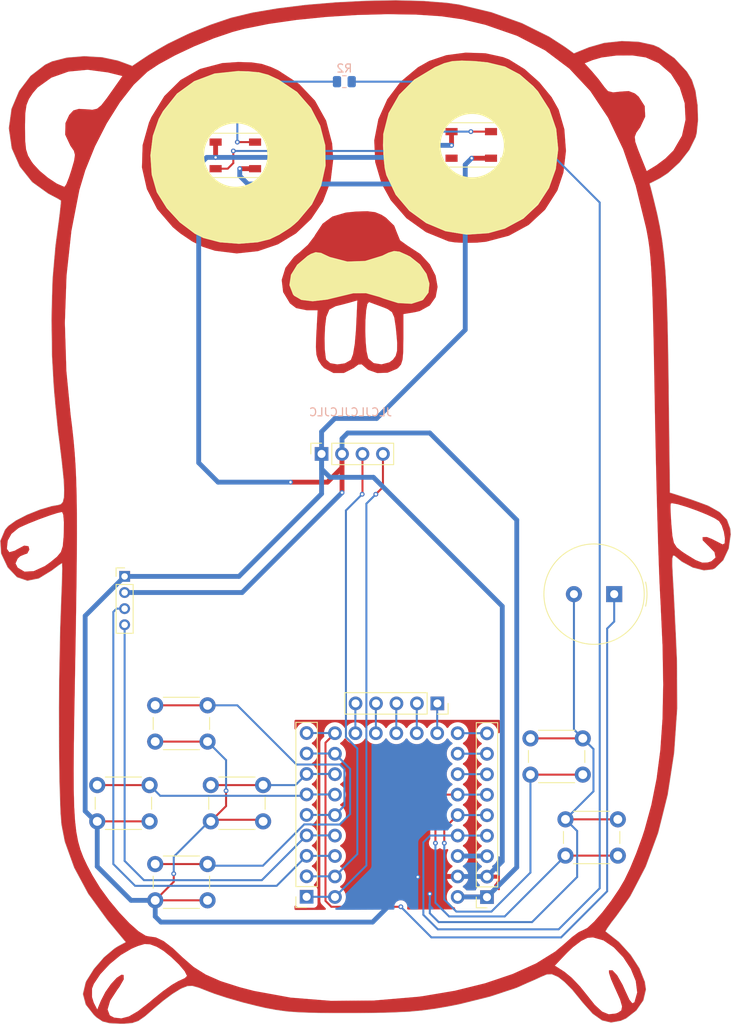
<source format=kicad_pcb>
(kicad_pcb (version 20240108) (generator "pcbnew") (generator_version "8.0")
  (layers (0 "F.Cu" signal) (31 "B.Cu" signal) (34 "B.Paste" user) (35 "F.Paste" user) (36 "B.SilkS" user "B.Silkscreen") (37 "F.SilkS" user "F.Silkscreen") (38 "B.Mask" user) (39 "F.Mask" user) (44 "Edge.Cuts" user))
  (net 0 "")
  (net 1 "/GP27")
  (net 2 "/GP7")
  (net 3 "Net-(J2-Pin_3)")
  (net 4 "GND")
  (net 5 "VCC")
  (net 6 "/SDA")
  (net 7 "/SDA1")
  (net 8 "/GP28")
  (net 9 "Net-(J2-Pin_1)")
  (net 10 "/SCL")
  (net 11 "Net-(J2-Pin_2)")
  (net 12 "Net-(J2-Pin_5)")
  (net 13 "/GP5")
  (net 14 "/GP29")
  (net 15 "/GP15")
  (net 16 "/GP26")
  (net 17 "/GP14")
  (net 18 "/3v3")
  (net 19 "/SCL1")
  (net 20 "Net-(J2-Pin_4)")
  (net 21 "/GP8")
  (net 22 "/GP4")
  (net 23 "/GP6")
  (net 24 "Net-(D1-DIN)")
  (net 25 "Net-(D1-DOUT)")
  (footprint "LED_SMD:LED_WS2812B_PLCC4_5.0x5.0mm_P3.2mm" (layer "F.Cu") (at 128.25 62.55)
    (property "Reference" "D2" (hide yes))
    (property "Value" "WS2812B")
  )
  (footprint "Button_Switch_THT:SW_PUSH_6mm_H4.3mm" (layer "F.Cu") (at 135.6 136.2)
    (property "Reference" "SW5" (hide yes))
    (property "Value" "SW_Push")
  )
  (footprint "Connector_PinSocket_2.54mm:PinSocket_1x09_P2.54mm_Vertical" (layer "F.Cu") (at 130.2 155.9 180)
    (property "Reference" "J3" (hide yes))
    (property "Value" "Conn_01x09_Pin")
  )
  (footprint "Connector_PinSocket_2.54mm:PinSocket_1x09_P2.54mm_Vertical" (layer "F.Cu") (at 107.8 155.86 180)
    (property "Reference" "J4" (hide yes))
    (property "Value" "Conn_01x09_Pin")
  )
  (footprint "Connector_PinSocket_2.54mm:PinSocket_1x04_P2.54mm_Vertical" (layer "F.Cu") (at 109.66 100.9 90)
    (property "Reference" "Brd1" (hide yes))
    (property "Value" "SSD1306")
  )
  (footprint "Button_Switch_THT:SW_PUSH_6mm_H4.3mm" (layer "F.Cu") (at 89 132.1)
    (property "Reference" "SW1" (hide yes))
    (property "Value" "SW_Push")
  )
  (footprint "Button_Switch_THT:SW_PUSH_6mm_H4.3mm" (layer "F.Cu") (at 139.95 146.25)
    (property "Reference" "SW6" (hide yes))
    (property "Value" "SW_Push")
  )
  (footprint "Connector_PinHeader_2.00mm:PinHeader_1x04_P2.00mm_Vertical" (layer "F.Cu") (at 85.2 116.1)
    (property "Reference" "J1" (hide yes))
    (property "Value" "Conn_01x04_Pin")
  )
  (footprint "rp2040-zero:my-rp2040-zero" (layer "F.Cu") (at 118.94 145.72 180)
    (property "Reference" "U1" (hide yes))
    (property "Value" "~" (hide yes))
  )
  (footprint "Connector_PinSocket_2.54mm:PinSocket_1x05_P2.54mm_Vertical" (layer "F.Cu") (at 124.04 131.86 -90)
    (property "Reference" "J2" (hide yes))
    (property "Value" "Conn_01x05_Pin")
  )
  (footprint "Button_Switch_THT:SW_PUSH_6mm_H4.3mm" (layer "F.Cu") (at 95.9 142)
    (property "Reference" "SW3" (hide yes))
    (property "Value" "SW_Push")
  )
  (footprint "Button_Switch_THT:SW_PUSH_6mm_H4.3mm" (layer "F.Cu") (at 89 151.8)
    (property "Reference" "SW4" (hide yes))
    (property "Value" "SW_Push")
  )
  (footprint "Buzzer_Beeper:Buzzer_TDK_PS1240P02BT_D12.2mm_H6.5mm" (layer "F.Cu") (at 146 118.3 180)
    (property "Reference" "LS1" (hide yes))
    (property "Value" "Speaker")
  )
  (footprint "gopher:gopher2" (layer "F.Cu") (at 115.1 108.1)
    (property "Reference" "G***" (hide yes))
    (property "Value" "LOGO" (hide yes))
    (fp_line (start -45.35 3.59) (end -44.76 2.2) (stroke (width 0.05)) (layer "Edge.Cuts"))
    (fp_line (start -45.25 5.16) (end -45.35 3.59) (stroke (width 0.05)) (layer "Edge.Cuts"))
    (fp_line (start -44.76 2.2) (end -44.36 1.73) (stroke (width 0.05)) (layer "Edge.Cuts"))
    (fp_line (start -44.43 6.89) (end -45.25 5.16) (stroke (width 0.05)) (layer "Edge.Cuts"))
    (fp_line (start -44.36 1.73) (end -43.41 1.05) (stroke (width 0.05)) (layer "Edge.Cuts"))
    (fp_line (start -44.29 -47.63) (end -43.96 -50.04) (stroke (width 0.05)) (layer "Edge.Cuts"))
    (fp_line (start -43.96 -50.04) (end -43.01 -52.27) (stroke (width 0.05)) (layer "Edge.Cuts"))
    (fp_line (start -43.93 -45.12) (end -44.29 -47.63) (stroke (width 0.05)) (layer "Edge.Cuts"))
    (fp_line (start -43.41 1.05) (end -42.02 0.33) (stroke (width 0.05)) (layer "Edge.Cuts"))
    (fp_line (start -43.28 8.11) (end -44.43 6.89) (stroke (width 0.05)) (layer "Edge.Cuts"))
    (fp_line (start -43.01 -52.27) (end -41.59 -54.13) (stroke (width 0.05)) (layer "Edge.Cuts"))
    (fp_line (start -42.93 -42.86) (end -43.93 -45.12) (stroke (width 0.05)) (layer "Edge.Cuts"))
    (fp_line (start -42.02 0.33) (end -40.41 -0.31) (stroke (width 0.05)) (layer "Edge.Cuts"))
    (fp_line (start -41.97 8.55) (end -43.28 8.11) (stroke (width 0.05)) (layer "Edge.Cuts"))
    (fp_line (start -41.59 -54.13) (end -39.78 -55.52) (stroke (width 0.05)) (layer "Edge.Cuts"))
    (fp_line (start -41.39 -40.93) (end -42.93 -42.86) (stroke (width 0.05)) (layer "Edge.Cuts"))
    (fp_line (start -40.54 8.26) (end -41.97 8.55) (stroke (width 0.05)) (layer "Edge.Cuts"))
    (fp_line (start -40.41 -0.31) (end -38.94 -0.74) (stroke (width 0.05)) (layer "Edge.Cuts"))
    (fp_line (start -39.79 7.8) (end -40.54 8.26) (stroke (width 0.05)) (layer "Edge.Cuts"))
    (fp_line (start -39.78 -55.52) (end -38.91 -55.93) (stroke (width 0.05)) (layer "Edge.Cuts"))
    (fp_line (start -39.4 -39.5) (end -41.39 -40.93) (stroke (width 0.05)) (layer "Edge.Cuts"))
    (fp_line (start -38.99 -23.79) (end -38.94 -26.34) (stroke (width 0.05)) (layer "Edge.Cuts"))
    (fp_line (start -38.95 -21.14) (end -38.99 -23.79) (stroke (width 0.05)) (layer "Edge.Cuts"))
    (fp_line (start -38.94 -26.34) (end -38.88 -28.29) (stroke (width 0.05)) (layer "Edge.Cuts"))
    (fp_line (start -38.94 -19.52) (end -38.95 -21.14) (stroke (width 0.05)) (layer "Edge.Cuts"))
    (fp_line (start -38.94 -0.74) (end -38.74 -0.78) (stroke (width 0.05)) (layer "Edge.Cuts"))
    (fp_line (start -38.94 7.28) (end -39.79 7.8) (stroke (width 0.05)) (layer "Edge.Cuts"))
    (fp_line (start -38.91 -55.93) (end -37.08 -56.4) (stroke (width 0.05)) (layer "Edge.Cuts"))
    (fp_line (start -38.88 -28.29) (end -38.85 -29.08) (stroke (width 0.05)) (layer "Edge.Cuts"))
    (fp_line (start -38.85 -29.08) (end -38.67 -31.15) (stroke (width 0.05)) (layer "Edge.Cuts"))
    (fp_line (start -38.84 -17.74) (end -38.94 -19.52) (stroke (width 0.05)) (layer "Edge.Cuts"))
    (fp_line (start -38.74 -0.78) (end -38.23 -0.86) (stroke (width 0.05)) (layer "Edge.Cuts"))
    (fp_line (start -38.73 -15.79) (end -38.84 -17.74) (stroke (width 0.05)) (layer "Edge.Cuts"))
    (fp_line (start -38.67 -31.15) (end -38.49 -33.11) (stroke (width 0.05)) (layer "Edge.Cuts"))
    (fp_line (start -38.49 -33.11) (end -38.25 -34.92) (stroke (width 0.05)) (layer "Edge.Cuts"))
    (fp_line (start -38.49 -13.05) (end -38.73 -15.79) (stroke (width 0.05)) (layer "Edge.Cuts"))
    (fp_line (start -38.38 -11.93) (end -38.49 -13.05) (stroke (width 0.05)) (layer "Edge.Cuts"))
    (fp_line (start -38.25 -34.92) (end -38.04 -36.48) (stroke (width 0.05)) (layer "Edge.Cuts"))
    (fp_line (start -38.24 -38.89) (end -39.4 -39.5) (stroke (width 0.05)) (layer "Edge.Cuts"))
    (fp_line (start -38.23 -0.86) (end -37.82 -0.98) (stroke (width 0.05)) (layer "Edge.Cuts"))
    (fp_line (start -38.18 -9.93) (end -38.38 -11.93) (stroke (width 0.05)) (layer "Edge.Cuts"))
    (fp_line (start -38.07 24.31) (end -38.05 22.38) (stroke (width 0.05)) (layer "Edge.Cuts"))
    (fp_line (start -38.06 26.6) (end -38.07 24.31) (stroke (width 0.05)) (layer "Edge.Cuts"))
    (fp_line (start -38.06 28.14) (end -38.06 26.6) (stroke (width 0.05)) (layer "Edge.Cuts"))
    (fp_line (start -38.06 28.91) (end -38.06 28.14) (stroke (width 0.05)) (layer "Edge.Cuts"))
    (fp_line (start -38.05 22.38) (end -38.04 20.73) (stroke (width 0.05)) (layer "Edge.Cuts"))
    (fp_line (start -38.04 -36.48) (end -37.89 -37.8) (stroke (width 0.05)) (layer "Edge.Cuts"))
    (fp_line (start -38.04 20.73) (end -37.99 18.47) (stroke (width 0.05)) (layer "Edge.Cuts"))
    (fp_line (start -38.03 31.31) (end -38.06 28.91) (stroke (width 0.05)) (layer "Edge.Cuts"))
    (fp_line (start -38.02 6.59) (end -38.94 7.28) (stroke (width 0.05)) (layer "Edge.Cuts"))
    (fp_line (start -38.01 33.06) (end -38.03 31.31) (stroke (width 0.05)) (layer "Edge.Cuts"))
    (fp_line (start -37.99 -8.51) (end -38.18 -9.93) (stroke (width 0.05)) (layer "Edge.Cuts"))
    (fp_line (start -37.99 18.47) (end -37.93 15) (stroke (width 0.05)) (layer "Edge.Cuts"))
    (fp_line (start -37.98 34.15) (end -38.01 33.06) (stroke (width 0.05)) (layer "Edge.Cuts"))
    (fp_line (start -37.93 15) (end -37.85 12.51) (stroke (width 0.05)) (layer "Edge.Cuts"))
    (fp_line (start -37.92 -7.9) (end -37.99 -8.51) (stroke (width 0.05)) (layer "Edge.Cuts"))
    (fp_line (start -37.89 -37.8) (end -37.84 -38.3) (stroke (width 0.05)) (layer "Edge.Cuts"))
    (fp_line (start -37.87 37.4) (end -37.98 34.15) (stroke (width 0.05)) (layer "Edge.Cuts"))
    (fp_line (start -37.85 12.51) (end -37.77 10.43) (stroke (width 0.05)) (layer "Edge.Cuts"))
    (fp_line (start -37.84 -38.3) (end -37.83 -38.64) (stroke (width 0.05)) (layer "Edge.Cuts"))
    (fp_line (start -37.83 -38.64) (end -38.24 -38.89) (stroke (width 0.05)) (layer "Edge.Cuts"))
    (fp_line (start -37.82 -0.98) (end -37.59 -1.24) (stroke (width 0.05)) (layer "Edge.Cuts"))
    (fp_line (start -37.82 6.47) (end -38.02 6.59) (stroke (width 0.05)) (layer "Edge.Cuts"))
    (fp_line (start -37.77 -6.71) (end -37.92 -7.9) (stroke (width 0.05)) (layer "Edge.Cuts"))
    (fp_line (start -37.77 10.43) (end -37.72 9.09) (stroke (width 0.05)) (layer "Edge.Cuts"))
    (fp_line (start -37.75 38.82) (end -37.87 37.4) (stroke (width 0.05)) (layer "Edge.Cuts"))
    (fp_line (start -37.72 9.09) (end -37.68 7.87) (stroke (width 0.05)) (layer "Edge.Cuts"))
    (fp_line (start -37.68 6.38) (end -37.82 6.47) (stroke (width 0.05)) (layer "Edge.Cuts"))
    (fp_line (start -37.68 6.6) (end -37.68 6.38) (stroke (width 0.05)) (layer "Edge.Cuts"))
    (fp_line (start -37.68 7.87) (end -37.66 7.05) (stroke (width 0.05)) (layer "Edge.Cuts"))
    (fp_line (start -37.66 7.05) (end -37.68 6.6) (stroke (width 0.05)) (layer "Edge.Cuts"))
    (fp_line (start -37.61 -5.22) (end -37.77 -6.71) (stroke (width 0.05)) (layer "Edge.Cuts"))
    (fp_line (start -37.59 -1.24) (end -37.45 -1.81) (stroke (width 0.05)) (layer "Edge.Cuts"))
    (fp_line (start -37.48 -4.01) (end -37.61 -5.22) (stroke (width 0.05)) (layer "Edge.Cuts"))
    (fp_line (start -37.45 -1.81) (end -37.42 -2.73) (stroke (width 0.05)) (layer "Edge.Cuts"))
    (fp_line (start -37.42 -2.73) (end -37.48 -4.01) (stroke (width 0.05)) (layer "Edge.Cuts"))
    (fp_line (start -37.34 40.92) (end -37.75 38.82) (stroke (width 0.05)) (layer "Edge.Cuts"))
    (fp_line (start -37.08 -56.4) (end -34.92 -56.58) (stroke (width 0.05)) (layer "Edge.Cuts"))
    (fp_line (start -36.17 44.16) (end -37.34 40.92) (stroke (width 0.05)) (layer "Edge.Cuts"))
    (fp_line (start -35.09 59.83) (end -34.75 58.38) (stroke (width 0.05)) (layer "Edge.Cuts"))
    (fp_line (start -34.92 -56.58) (end -33.6 -56.5) (stroke (width 0.05)) (layer "Edge.Cuts"))
    (fp_line (start -34.75 58.38) (end -34.65 58.17) (stroke (width 0.05)) (layer "Edge.Cuts"))
    (fp_line (start -34.73 61.16) (end -35.09 59.83) (stroke (width 0.05)) (layer "Edge.Cuts"))
    (fp_line (start -34.65 58.17) (end -34.01 57.16) (stroke (width 0.05)) (layer "Edge.Cuts"))
    (fp_line (start -34.42 47.41) (end -36.17 44.16) (stroke (width 0.05)) (layer "Edge.Cuts"))
    (fp_line (start -34.1 47.83) (end -34.42 47.41) (stroke (width 0.05)) (layer "Edge.Cuts"))
    (fp_line (start -34.01 57.16) (end -33.72 56.69) (stroke (width 0.05)) (layer "Edge.Cuts"))
    (fp_line (start -33.73 62.43) (end -34.73 61.16) (stroke (width 0.05)) (layer "Edge.Cuts"))
    (fp_line (start -33.72 56.69) (end -32.74 55.57) (stroke (width 0.05)) (layer "Edge.Cuts"))
    (fp_line (start -33.6 -56.5) (end -32.71 -56.45) (stroke (width 0.05)) (layer "Edge.Cuts"))
    (fp_line (start -33.39 62.75) (end -33.73 62.43) (stroke (width 0.05)) (layer "Edge.Cuts"))
    (fp_line (start -32.74 55.57) (end -32.5 55.28) (stroke (width 0.05)) (layer "Edge.Cuts"))
    (fp_line (start -32.71 -56.45) (end -32.04 -56.31) (stroke (width 0.05)) (layer "Edge.Cuts"))
    (fp_line (start -32.69 49.78) (end -34.1 47.83) (stroke (width 0.05)) (layer "Edge.Cuts"))
    (fp_line (start -32.65 63.24) (end -33.39 62.75) (stroke (width 0.05)) (layer "Edge.Cuts"))
    (fp_line (start -32.5 55.28) (end -31.32 54.29) (stroke (width 0.05)) (layer "Edge.Cuts"))
    (fp_line (start -32.04 -56.31) (end -30.74 -56.03) (stroke (width 0.05)) (layer "Edge.Cuts"))
    (fp_line (start -32 50.72) (end -32.69 49.78) (stroke (width 0.05)) (layer "Edge.Cuts"))
    (fp_line (start -31.78 63.46) (end -32.65 63.24) (stroke (width 0.05)) (layer "Edge.Cuts"))
    (fp_line (start -31.32 54.29) (end -31.12 54.13) (stroke (width 0.05)) (layer "Edge.Cuts"))
    (fp_line (start -31.12 54.13) (end -30.72 53.88) (stroke (width 0.05)) (layer "Edge.Cuts"))
    (fp_line (start -30.91 52.03) (end -32 50.72) (stroke (width 0.05)) (layer "Edge.Cuts"))
    (fp_line (start -30.74 -56.03) (end -29.77 -55.68) (stroke (width 0.05)) (layer "Edge.Cuts"))
    (fp_line (start -30.72 53.88) (end -30.23 53.62) (stroke (width 0.05)) (layer "Edge.Cuts"))
    (fp_line (start -30.47 63.52) (end -31.78 63.46) (stroke (width 0.05)) (layer "Edge.Cuts"))
    (fp_line (start -30.23 53.62) (end -29.78 53.38) (stroke (width 0.05)) (layer "Edge.Cuts"))
    (fp_line (start -30.02 53.1) (end -30.91 52.03) (stroke (width 0.05)) (layer "Edge.Cuts"))
    (fp_line (start -29.92 63.52) (end -30.47 63.52) (stroke (width 0.05)) (layer "Edge.Cuts"))
    (fp_line (start -29.78 53.38) (end -30.02 53.1) (stroke (width 0.05)) (layer "Edge.Cuts"))
    (fp_line (start -29.77 -55.68) (end -28.95 -55.37) (stroke (width 0.05)) (layer "Edge.Cuts"))
    (fp_line (start -28.96 63.44) (end -29.92 63.52) (stroke (width 0.05)) (layer "Edge.Cuts"))
    (fp_line (start -28.95 -55.37) (end -27.96 -56.04) (stroke (width 0.05)) (layer "Edge.Cuts"))
    (fp_line (start -28.19 63.18) (end -28.96 63.44) (stroke (width 0.05)) (layer "Edge.Cuts"))
    (fp_line (start -27.96 -56.04) (end -26.9 -56.74) (stroke (width 0.05)) (layer "Edge.Cuts"))
    (fp_line (start -27.39 62.63) (end -28.19 63.18) (stroke (width 0.05)) (layer "Edge.Cuts"))
    (fp_line (start -26.93 62.24) (end -27.39 62.63) (stroke (width 0.05)) (layer "Edge.Cuts"))
    (fp_line (start -26.9 -56.74) (end -25.7 -57.46) (stroke (width 0.05)) (layer "Edge.Cuts"))
    (fp_line (start -26.27 61.66) (end -26.93 62.24) (stroke (width 0.05)) (layer "Edge.Cuts"))
    (fp_line (start -25.78 61.25) (end -26.27 61.66) (stroke (width 0.05)) (layer "Edge.Cuts"))
    (fp_line (start -25.7 -57.46) (end -24.89 -57.92) (stroke (width 0.05)) (layer "Edge.Cuts"))
    (fp_line (start -25.1 60.68) (end -25.78 61.25) (stroke (width 0.05)) (layer "Edge.Cuts"))
    (fp_line (start -24.89 -57.92) (end -24.58 -58.1) (stroke (width 0.05)) (layer "Edge.Cuts"))
    (fp_line (start -24.58 -58.1) (end -22.21 -59.25) (stroke (width 0.05)) (layer "Edge.Cuts"))
    (fp_line (start -24.35 60.12) (end -25.1 60.68) (stroke (width 0.05)) (layer "Edge.Cuts"))
    (fp_line (start -23.96 59.83) (end -24.35 60.12) (stroke (width 0.05)) (layer "Edge.Cuts"))
    (fp_line (start -23.7 59.67) (end -23.96 59.83) (stroke (width 0.05)) (layer "Edge.Cuts"))
    (fp_line (start -22.99 59.23) (end -23.7 59.67) (stroke (width 0.05)) (layer "Edge.Cuts"))
    (fp_line (start -22.72 59.1) (end -22.99 59.23) (stroke (width 0.05)) (layer "Edge.Cuts"))
    (fp_line (start -22.21 -59.25) (end -21.72 -59.47) (stroke (width 0.05)) (layer "Edge.Cuts"))
    (fp_line (start -22.1 58.86) (end -22.72 59.1) (stroke (width 0.05)) (layer "Edge.Cuts"))
    (fp_line (start -21.72 -59.47) (end -19.31 -60.45) (stroke (width 0.05)) (layer "Edge.Cuts"))
    (fp_line (start -21.51 58.83) (end -22.1 58.86) (stroke (width 0.05)) (layer "Edge.Cuts"))
    (fp_line (start -20.89 59) (end -21.51 58.83) (stroke (width 0.05)) (layer "Edge.Cuts"))
    (fp_line (start -20.6 59.09) (end -20.89 59) (stroke (width 0.05)) (layer "Edge.Cuts"))
    (fp_line (start -20.15 59.27) (end -20.6 59.09) (stroke (width 0.05)) (layer "Edge.Cuts"))
    (fp_line (start -19.46 59.54) (end -20.15 59.27) (stroke (width 0.05)) (layer "Edge.Cuts"))
    (fp_line (start -19.31 -60.45) (end -16.7 -61.34) (stroke (width 0.05)) (layer "Edge.Cuts"))
    (fp_line (start -18.72 59.82) (end -19.46 59.54) (stroke (width 0.05)) (layer "Edge.Cuts"))
    (fp_line (start -17.19 60.32) (end -18.72 59.82) (stroke (width 0.05)) (layer "Edge.Cuts"))
    (fp_line (start -16.7 -61.34) (end -14.05 -61.98) (stroke (width 0.05)) (layer "Edge.Cuts"))
    (fp_line (start -16.14 60.62) (end -17.19 60.32) (stroke (width 0.05)) (layer "Edge.Cuts"))
    (fp_line (start -15.17 60.9) (end -16.14 60.62) (stroke (width 0.05)) (layer "Edge.Cuts"))
    (fp_line (start -14.05 -61.98) (end -10.91 -62.51) (stroke (width 0.05)) (layer "Edge.Cuts"))
    (fp_line (start -13.61 61.29) (end -15.17 60.9) (stroke (width 0.05)) (layer "Edge.Cuts"))
    (fp_line (start -12.43 61.57) (end -13.61 61.29) (stroke (width 0.05)) (layer "Edge.Cuts"))
    (fp_line (start -11.12 61.81) (end -12.43 61.57) (stroke (width 0.05)) (layer "Edge.Cuts"))
    (fp_line (start -10.91 -62.51) (end -7.39 -62.95) (stroke (width 0.05)) (layer "Edge.Cuts"))
    (fp_line (start -9.78 62) (end -11.12 61.81) (stroke (width 0.05)) (layer "Edge.Cuts"))
    (fp_line (start -8.45 62.1) (end -9.78 62) (stroke (width 0.05)) (layer "Edge.Cuts"))
    (fp_line (start -7.64 62.13) (end -8.45 62.1) (stroke (width 0.05)) (layer "Edge.Cuts"))
    (fp_line (start -7.39 -62.95) (end -4.97 -63.15) (stroke (width 0.05)) (layer "Edge.Cuts"))
    (fp_line (start -5.78 62.19) (end -7.64 62.13) (stroke (width 0.05)) (layer "Edge.Cuts"))
    (fp_line (start -4.97 -63.15) (end -3.63 -63.26) (stroke (width 0.05)) (layer "Edge.Cuts"))
    (fp_line (start -4.09 62.2) (end -5.78 62.19) (stroke (width 0.05)) (layer "Edge.Cuts"))
    (fp_line (start -3.63 -63.26) (end -1.9 -63.35) (stroke (width 0.05)) (layer "Edge.Cuts"))
    (fp_line (start -2.01 62.2) (end -4.09 62.2) (stroke (width 0.05)) (layer "Edge.Cuts"))
    (fp_line (start -1.9 -63.35) (end 0.09 -63.45) (stroke (width 0.05)) (layer "Edge.Cuts"))
    (fp_line (start -0.94 62.2) (end -2.01 62.2) (stroke (width 0.05)) (layer "Edge.Cuts"))
    (fp_line (start 0.09 -63.45) (end 2.08 -63.49) (stroke (width 0.05)) (layer "Edge.Cuts"))
    (fp_line (start 0.58 62.19) (end -0.94 62.2) (stroke (width 0.05)) (layer "Edge.Cuts"))
    (fp_line (start 1.44 62.18) (end 0.58 62.19) (stroke (width 0.05)) (layer "Edge.Cuts"))
    (fp_line (start 2.08 -63.49) (end 3.77 -63.51) (stroke (width 0.05)) (layer "Edge.Cuts"))
    (fp_line (start 2.7 62.14) (end 1.44 62.18) (stroke (width 0.05)) (layer "Edge.Cuts"))
    (fp_line (start 3.63 62.12) (end 2.7 62.14) (stroke (width 0.05)) (layer "Edge.Cuts"))
    (fp_line (start 3.77 -63.51) (end 6.18 -63.46) (stroke (width 0.05)) (layer "Edge.Cuts"))
    (fp_line (start 4.55 62.07) (end 3.63 62.12) (stroke (width 0.05)) (layer "Edge.Cuts"))
    (fp_line (start 5.31 62.04) (end 4.55 62.07) (stroke (width 0.05)) (layer "Edge.Cuts"))
    (fp_line (start 5.64 62.01) (end 5.31 62.04) (stroke (width 0.05)) (layer "Edge.Cuts"))
    (fp_line (start 6.18 -63.46) (end 7.18 -63.43) (stroke (width 0.05)) (layer "Edge.Cuts"))
    (fp_line (start 6.3 61.95) (end 5.64 62.01) (stroke (width 0.05)) (layer "Edge.Cuts"))
    (fp_line (start 7.06 61.88) (end 6.3 61.95) (stroke (width 0.05)) (layer "Edge.Cuts"))
    (fp_line (start 7.18 -63.43) (end 10.13 -63.2) (stroke (width 0.05)) (layer "Edge.Cuts"))
    (fp_line (start 7.65 61.8) (end 7.06 61.88) (stroke (width 0.05)) (layer "Edge.Cuts"))
    (fp_line (start 8.66 61.66) (end 7.65 61.8) (stroke (width 0.05)) (layer "Edge.Cuts"))
    (fp_line (start 8.91 61.62) (end 8.66 61.66) (stroke (width 0.05)) (layer "Edge.Cuts"))
    (fp_line (start 9.61 61.5) (end 8.91 61.62) (stroke (width 0.05)) (layer "Edge.Cuts"))
    (fp_line (start 10.13 -63.2) (end 11.7 -62.97) (stroke (width 0.05)) (layer "Edge.Cuts"))
    (fp_line (start 10.5 61.34) (end 9.61 61.5) (stroke (width 0.05)) (layer "Edge.Cuts"))
    (fp_line (start 11.16 61.21) (end 10.5 61.34) (stroke (width 0.05)) (layer "Edge.Cuts"))
    (fp_line (start 11.69 61.1) (end 11.16 61.21) (stroke (width 0.05)) (layer "Edge.Cuts"))
    (fp_line (start 11.7 -62.97) (end 13.57 -62.53) (stroke (width 0.05)) (layer "Edge.Cuts"))
    (fp_line (start 12.47 60.91) (end 11.69 61.1) (stroke (width 0.05)) (layer "Edge.Cuts"))
    (fp_line (start 13.43 60.67) (end 12.47 60.91) (stroke (width 0.05)) (layer "Edge.Cuts"))
    (fp_line (start 13.57 -62.53) (end 15.65 -62.03) (stroke (width 0.05)) (layer "Edge.Cuts"))
    (fp_line (start 14.57 60.39) (end 13.43 60.67) (stroke (width 0.05)) (layer "Edge.Cuts"))
    (fp_line (start 15.54 60.14) (end 14.57 60.39) (stroke (width 0.05)) (layer "Edge.Cuts"))
    (fp_line (start 15.65 -62.03) (end 17.19 -61.48) (stroke (width 0.05)) (layer "Edge.Cuts"))
    (fp_line (start 16.4 59.86) (end 15.54 60.14) (stroke (width 0.05)) (layer "Edge.Cuts"))
    (fp_line (start 17.12 59.62) (end 16.4 59.86) (stroke (width 0.05)) (layer "Edge.Cuts"))
    (fp_line (start 17.19 -61.48) (end 19.46 -60.67) (stroke (width 0.05)) (layer "Edge.Cuts"))
    (fp_line (start 17.63 59.45) (end 17.12 59.62) (stroke (width 0.05)) (layer "Edge.Cuts"))
    (fp_line (start 18.31 59.23) (end 17.63 59.45) (stroke (width 0.05)) (layer "Edge.Cuts"))
    (fp_line (start 18.77 59.07) (end 18.31 59.23) (stroke (width 0.05)) (layer "Edge.Cuts"))
    (fp_line (start 19.17 58.9) (end 18.77 59.07) (stroke (width 0.05)) (layer "Edge.Cuts"))
    (fp_line (start 19.46 -60.67) (end 22.84 -58.99) (stroke (width 0.05)) (layer "Edge.Cuts"))
    (fp_line (start 19.54 58.73) (end 19.17 58.9) (stroke (width 0.05)) (layer "Edge.Cuts"))
    (fp_line (start 20.16 58.45) (end 19.54 58.73) (stroke (width 0.05)) (layer "Edge.Cuts"))
    (fp_line (start 20.75 58.2) (end 20.16 58.45) (stroke (width 0.05)) (layer "Edge.Cuts"))
    (fp_line (start 21.2 58) (end 20.75 58.2) (stroke (width 0.05)) (layer "Edge.Cuts"))
    (fp_line (start 21.69 57.77) (end 21.2 58) (stroke (width 0.05)) (layer "Edge.Cuts"))
    (fp_line (start 21.89 57.68) (end 21.69 57.77) (stroke (width 0.05)) (layer "Edge.Cuts"))
    (fp_line (start 22.54 57.41) (end 21.89 57.68) (stroke (width 0.05)) (layer "Edge.Cuts"))
    (fp_line (start 22.84 -58.99) (end 24.79 -57.73) (stroke (width 0.05)) (layer "Edge.Cuts"))
    (fp_line (start 23.16 57.39) (end 22.54 57.41) (stroke (width 0.05)) (layer "Edge.Cuts"))
    (fp_line (start 23.92 57.72) (end 23.16 57.39) (stroke (width 0.05)) (layer "Edge.Cuts"))
    (fp_line (start 24.08 57.84) (end 23.92 57.72) (stroke (width 0.05)) (layer "Edge.Cuts"))
    (fp_line (start 24.71 58.34) (end 24.08 57.84) (stroke (width 0.05)) (layer "Edge.Cuts"))
    (fp_line (start 24.79 -57.73) (end 25.9 -56.93) (stroke (width 0.05)) (layer "Edge.Cuts"))
    (fp_line (start 25.08 58.71) (end 24.71 58.34) (stroke (width 0.05)) (layer "Edge.Cuts"))
    (fp_line (start 25.68 59.31) (end 25.08 58.71) (stroke (width 0.05)) (layer "Edge.Cuts"))
    (fp_line (start 25.85 59.52) (end 25.68 59.31) (stroke (width 0.05)) (layer "Edge.Cuts"))
    (fp_line (start 25.9 -56.93) (end 27.78 -57.69) (stroke (width 0.05)) (layer "Edge.Cuts"))
    (fp_line (start 26.34 60.12) (end 25.85 59.52) (stroke (width 0.05)) (layer "Edge.Cuts"))
    (fp_line (start 26.94 60.86) (end 26.34 60.12) (stroke (width 0.05)) (layer "Edge.Cuts"))
    (fp_line (start 27.3 61.27) (end 26.94 60.86) (stroke (width 0.05)) (layer "Edge.Cuts"))
    (fp_line (start 27.78 -57.69) (end 29.66 -58.23) (stroke (width 0.05)) (layer "Edge.Cuts"))
    (fp_line (start 28.22 62.29) (end 27.3 61.27) (stroke (width 0.05)) (layer "Edge.Cuts"))
    (fp_line (start 29.38 63.11) (end 28.22 62.29) (stroke (width 0.05)) (layer "Edge.Cuts"))
    (fp_line (start 29.66 -58.23) (end 31.86 -58.46) (stroke (width 0.05)) (layer "Edge.Cuts"))
    (fp_line (start 29.84 52.05) (end 30.47 52.54) (stroke (width 0.05)) (layer "Edge.Cuts"))
    (fp_line (start 30.04 51.7) (end 29.84 52.05) (stroke (width 0.05)) (layer "Edge.Cuts"))
    (fp_line (start 30.13 51.57) (end 30.04 51.7) (stroke (width 0.05)) (layer "Edge.Cuts"))
    (fp_line (start 30.47 52.54) (end 31.36 53.24) (stroke (width 0.05)) (layer "Edge.Cuts"))
    (fp_line (start 30.51 63.38) (end 29.38 63.11) (stroke (width 0.05)) (layer "Edge.Cuts"))
    (fp_line (start 30.59 50.92) (end 30.13 51.57) (stroke (width 0.05)) (layer "Edge.Cuts"))
    (fp_line (start 31.13 50.23) (end 30.59 50.92) (stroke (width 0.05)) (layer "Edge.Cuts"))
    (fp_line (start 31.36 53.24) (end 31.48 53.33) (stroke (width 0.05)) (layer "Edge.Cuts"))
    (fp_line (start 31.48 53.33) (end 32.15 54.06) (stroke (width 0.05)) (layer "Edge.Cuts"))
    (fp_line (start 31.73 63.16) (end 30.51 63.38) (stroke (width 0.05)) (layer "Edge.Cuts"))
    (fp_line (start 31.85 49.23) (end 31.13 50.23) (stroke (width 0.05)) (layer "Edge.Cuts"))
    (fp_line (start 31.86 -58.46) (end 33.95 -58.36) (stroke (width 0.05)) (layer "Edge.Cuts"))
    (fp_line (start 32.15 54.06) (end 32.96 54.96) (stroke (width 0.05)) (layer "Edge.Cuts"))
    (fp_line (start 32.4 62.86) (end 31.73 63.16) (stroke (width 0.05)) (layer "Edge.Cuts"))
    (fp_line (start 32.89 47.73) (end 31.85 49.23) (stroke (width 0.05)) (layer "Edge.Cuts"))
    (fp_line (start 32.96 54.96) (end 33.71 56.11) (stroke (width 0.05)) (layer "Edge.Cuts"))
    (fp_line (start 33.39 46.79) (end 32.89 47.73) (stroke (width 0.05)) (layer "Edge.Cuts"))
    (fp_line (start 33.66 61.88) (end 32.4 62.86) (stroke (width 0.05)) (layer "Edge.Cuts"))
    (fp_line (start 33.71 56.11) (end 34.05 56.64) (stroke (width 0.05)) (layer "Edge.Cuts"))
    (fp_line (start 33.89 45.83) (end 33.39 46.79) (stroke (width 0.05)) (layer "Edge.Cuts"))
    (fp_line (start 33.95 -58.36) (end 35.77 -57.96) (stroke (width 0.05)) (layer "Edge.Cuts"))
    (fp_line (start 34.05 56.64) (end 34.72 58.32) (stroke (width 0.05)) (layer "Edge.Cuts"))
    (fp_line (start 34.53 60.63) (end 33.66 61.88) (stroke (width 0.05)) (layer "Edge.Cuts"))
    (fp_line (start 34.72 58.32) (end 34.85 59.26) (stroke (width 0.05)) (layer "Edge.Cuts"))
    (fp_line (start 34.79 44.09) (end 33.89 45.83) (stroke (width 0.05)) (layer "Edge.Cuts"))
    (fp_line (start 34.85 59.26) (end 34.53 60.63) (stroke (width 0.05)) (layer "Edge.Cuts"))
    (fp_line (start 34.9 43.83) (end 34.79 44.09) (stroke (width 0.05)) (layer "Edge.Cuts"))
    (fp_line (start 35.31 -40.75) (end 35.46 -40.21) (stroke (width 0.05)) (layer "Edge.Cuts"))
    (fp_line (start 35.46 -40.21) (end 35.64 -39.51) (stroke (width 0.05)) (layer "Edge.Cuts"))
    (fp_line (start 35.64 -39.51) (end 35.8 -38.88) (stroke (width 0.05)) (layer "Edge.Cuts"))
    (fp_line (start 35.77 -57.96) (end 36.49 -57.65) (stroke (width 0.05)) (layer "Edge.Cuts"))
    (fp_line (start 35.8 -38.88) (end 36.1 -37.65) (stroke (width 0.05)) (layer "Edge.Cuts"))
    (fp_line (start 35.97 -41.08) (end 35.31 -40.75) (stroke (width 0.05)) (layer "Edge.Cuts"))
    (fp_line (start 36.1 -37.65) (end 36.29 -36.85) (stroke (width 0.05)) (layer "Edge.Cuts"))
    (fp_line (start 36.29 -36.85) (end 36.42 -36.22) (stroke (width 0.05)) (layer "Edge.Cuts"))
    (fp_line (start 36.37 39.84) (end 34.9 43.83) (stroke (width 0.05)) (layer "Edge.Cuts"))
    (fp_line (start 36.42 -36.22) (end 36.6 -35.35) (stroke (width 0.05)) (layer "Edge.Cuts"))
    (fp_line (start 36.49 -57.65) (end 38.39 -56.33) (stroke (width 0.05)) (layer "Edge.Cuts"))
    (fp_line (start 36.59 -41.4) (end 35.97 -41.08) (stroke (width 0.05)) (layer "Edge.Cuts"))
    (fp_line (start 36.6 -35.35) (end 36.73 -34.59) (stroke (width 0.05)) (layer "Edge.Cuts"))
    (fp_line (start 36.73 -34.59) (end 36.87 -33.75) (stroke (width 0.05)) (layer "Edge.Cuts"))
    (fp_line (start 36.87 -33.75) (end 37.1 -31.88) (stroke (width 0.05)) (layer "Edge.Cuts"))
    (fp_line (start 36.95 -41.63) (end 36.59 -41.4) (stroke (width 0.05)) (layer "Edge.Cuts"))
    (fp_line (start 36.97 37.46) (end 36.37 39.84) (stroke (width 0.05)) (layer "Edge.Cuts"))
    (fp_line (start 37.1 -31.88) (end 37.27 -30.02) (stroke (width 0.05)) (layer "Edge.Cuts"))
    (fp_line (start 37.27 -30.02) (end 37.41 -27.51) (stroke (width 0.05)) (layer "Edge.Cuts"))
    (fp_line (start 37.41 -27.51) (end 37.52 -24.34) (stroke (width 0.05)) (layer "Edge.Cuts"))
    (fp_line (start 37.52 -24.34) (end 37.64 -18.96) (stroke (width 0.05)) (layer "Edge.Cuts"))
    (fp_line (start 37.56 35.08) (end 36.97 37.46) (stroke (width 0.05)) (layer "Edge.Cuts"))
    (fp_line (start 37.59 -42.05) (end 36.95 -41.63) (stroke (width 0.05)) (layer "Edge.Cuts"))
    (fp_line (start 37.64 -18.96) (end 37.68 -14.97) (stroke (width 0.05)) (layer "Edge.Cuts"))
    (fp_line (start 37.68 -14.97) (end 37.73 -11.35) (stroke (width 0.05)) (layer "Edge.Cuts"))
    (fp_line (start 37.73 -11.35) (end 37.77 -8.14) (stroke (width 0.05)) (layer "Edge.Cuts"))
    (fp_line (start 37.77 -8.14) (end 37.8 -5.5) (stroke (width 0.05)) (layer "Edge.Cuts"))
    (fp_line (start 37.8 -5.5) (end 37.83 -3.37) (stroke (width 0.05)) (layer "Edge.Cuts"))
    (fp_line (start 37.83 -3.37) (end 37.83 -2.41) (stroke (width 0.05)) (layer "Edge.Cuts"))
    (fp_line (start 37.83 -2.41) (end 38.6 -2.17) (stroke (width 0.05)) (layer "Edge.Cuts"))
    (fp_line (start 37.94 32.64) (end 37.56 35.08) (stroke (width 0.05)) (layer "Edge.Cuts"))
    (fp_line (start 38.13 5.78) (end 38.13 6.19) (stroke (width 0.05)) (layer "Edge.Cuts"))
    (fp_line (start 38.13 6.19) (end 38.13 6.73) (stroke (width 0.05)) (layer "Edge.Cuts"))
    (fp_line (start 38.13 6.73) (end 38.19 7.94) (stroke (width 0.05)) (layer "Edge.Cuts"))
    (fp_line (start 38.19 7.94) (end 38.26 9.05) (stroke (width 0.05)) (layer "Edge.Cuts"))
    (fp_line (start 38.22 5.44) (end 38.13 5.78) (stroke (width 0.05)) (layer "Edge.Cuts"))
    (fp_line (start 38.26 9.05) (end 38.31 10.03) (stroke (width 0.05)) (layer "Edge.Cuts"))
    (fp_line (start 38.31 10.03) (end 38.35 10.72) (stroke (width 0.05)) (layer "Edge.Cuts"))
    (fp_line (start 38.35 10.72) (end 38.46 13.05) (stroke (width 0.05)) (layer "Edge.Cuts"))
    (fp_line (start 38.36 29.91) (end 37.94 32.64) (stroke (width 0.05)) (layer "Edge.Cuts"))
    (fp_line (start 38.38 5.45) (end 38.22 5.44) (stroke (width 0.05)) (layer "Edge.Cuts"))
    (fp_line (start 38.39 -56.33) (end 39.94 -54.66) (stroke (width 0.05)) (layer "Edge.Cuts"))
    (fp_line (start 38.43 5.49) (end 38.38 5.45) (stroke (width 0.05)) (layer "Edge.Cuts"))
    (fp_line (start 38.46 13.05) (end 38.54 14.67) (stroke (width 0.05)) (layer "Edge.Cuts"))
    (fp_line (start 38.54 14.67) (end 38.62 16.34) (stroke (width 0.05)) (layer "Edge.Cuts"))
    (fp_line (start 38.6 -2.17) (end 39.65 -1.83) (stroke (width 0.05)) (layer "Edge.Cuts"))
    (fp_line (start 38.62 16.34) (end 38.66 17.42) (stroke (width 0.05)) (layer "Edge.Cuts"))
    (fp_line (start 38.66 17.42) (end 38.71 18.45) (stroke (width 0.05)) (layer "Edge.Cuts"))
    (fp_line (start 38.71 18.45) (end 38.72 19.55) (stroke (width 0.05)) (layer "Edge.Cuts"))
    (fp_line (start 38.72 19.55) (end 38.72 20.65) (stroke (width 0.05)) (layer "Edge.Cuts"))
    (fp_line (start 38.72 20.65) (end 38.73 22.25) (stroke (width 0.05)) (layer "Edge.Cuts"))
    (fp_line (start 38.73 22.25) (end 38.74 24.37) (stroke (width 0.05)) (layer "Edge.Cuts"))
    (fp_line (start 38.74 24.37) (end 38.36 29.91) (stroke (width 0.05)) (layer "Edge.Cuts"))
    (fp_line (start 39.04 -43.37) (end 37.59 -42.05) (stroke (width 0.05)) (layer "Edge.Cuts"))
    (fp_line (start 39.3 6.19) (end 38.43 5.49) (stroke (width 0.05)) (layer "Edge.Cuts"))
    (fp_line (start 39.65 -1.83) (end 40.49 -1.55) (stroke (width 0.05)) (layer "Edge.Cuts"))
    (fp_line (start 39.94 -54.66) (end 40.57 -53.61) (stroke (width 0.05)) (layer "Edge.Cuts"))
    (fp_line (start 40.24 -44.9) (end 39.04 -43.37) (stroke (width 0.05)) (layer "Edge.Cuts"))
    (fp_line (start 40.49 -1.55) (end 41.69 -1.12) (stroke (width 0.05)) (layer "Edge.Cuts"))
    (fp_line (start 40.57 -53.61) (end 41.01 -52.26) (stroke (width 0.05)) (layer "Edge.Cuts"))
    (fp_line (start 40.64 6.91) (end 39.3 6.19) (stroke (width 0.05)) (layer "Edge.Cuts"))
    (fp_line (start 41.01 -52.26) (end 41.27 -50.46) (stroke (width 0.05)) (layer "Edge.Cuts"))
    (fp_line (start 41.02 -46.49) (end 40.24 -44.9) (stroke (width 0.05)) (layer "Edge.Cuts"))
    (fp_line (start 41.15 -46.97) (end 41.02 -46.49) (stroke (width 0.05)) (layer "Edge.Cuts"))
    (fp_line (start 41.27 -50.46) (end 41.33 -48.63) (stroke (width 0.05)) (layer "Edge.Cuts"))
    (fp_line (start 41.33 -48.63) (end 41.15 -46.97) (stroke (width 0.05)) (layer "Edge.Cuts"))
    (fp_line (start 41.69 -1.12) (end 42.59 -0.78) (stroke (width 0.05)) (layer "Edge.Cuts"))
    (fp_line (start 42.05 7.27) (end 40.64 6.91) (stroke (width 0.05)) (layer "Edge.Cuts"))
    (fp_line (start 42.59 -0.78) (end 42.96 -0.58) (stroke (width 0.05)) (layer "Edge.Cuts"))
    (fp_line (start 42.96 -0.58) (end 43.67 -0.18) (stroke (width 0.05)) (layer "Edge.Cuts"))
    (fp_line (start 43.13 7.14) (end 42.05 7.27) (stroke (width 0.05)) (layer "Edge.Cuts"))
    (fp_line (start 43.43 7) (end 43.13 7.14) (stroke (width 0.05)) (layer "Edge.Cuts"))
    (fp_line (start 43.67 -0.18) (end 44.03 0.03) (stroke (width 0.05)) (layer "Edge.Cuts"))
    (fp_line (start 44.03 0.03) (end 44.91 0.95) (stroke (width 0.05)) (layer "Edge.Cuts"))
    (fp_line (start 44.45 6.01) (end 43.43 7) (stroke (width 0.05)) (layer "Edge.Cuts"))
    (fp_line (start 44.91 0.95) (end 45.32 2.06) (stroke (width 0.05)) (layer "Edge.Cuts"))
    (fp_line (start 45.14 4.54) (end 44.45 6.01) (stroke (width 0.05)) (layer "Edge.Cuts"))
    (fp_line (start 45.32 2.06) (end 45.38 2.8) (stroke (width 0.05)) (layer "Edge.Cuts"))
    (fp_line (start 45.38 2.8) (end 45.14 4.54) (stroke (width 0.05)) (layer "Edge.Cuts"))
  )
  (footprint "LED_SMD:LED_WS2812B_PLCC4_5.0x5.0mm_P3.2mm" (layer "F.Cu") (at 98.95 63.85)
    (property "Reference" "D1" (hide yes))
    (property "Value" "WS2812B")
  )
  (footprint "Button_Switch_THT:SW_PUSH_6mm_H4.3mm" (layer "F.Cu") (at 81.8 142)
    (property "Reference" "SW2" (hide yes))
    (property "Value" "SW_Push")
  )
  (footprint "Resistor_SMD:R_0805_2012Metric" (layer "B.Cu") (at 112.4875 54.7 180)
    (property "Reference" "R2")
    (property "Value" "330")
  )
  (gr_text "JLCJLCJLCJLC" (at 118.5 96.3 0) (layer "B.SilkS") (effects (font (size 1 1)) (justify left bottom mirror)))
  (segment (start 130.18 143.18) (end 130.2 143.2) (width 0.25) (layer "F.Cu") (net 1))
  (segment (start 123.8 149.2) (end 123.8 143.9) (width 0.25) (layer "F.Cu") (net 1))
  (segment (start 139.95 150.75) (end 146.45 150.75) (width 0.25) (layer "F.Cu") (net 1))
  (segment (start 123.8 143.9) (end 124.52 143.18) (width 0.25) (layer "F.Cu") (net 1))
  (segment (start 124.52 143.18) (end 126.56 143.18) (width 0.25) (layer "F.Cu") (net 1))
  (via (at 123.8 149.2) (size 0.6) (drill 0.3) (layers "F.Cu" "B.Cu") (net 1))
  (segment (start 130.18 143.18) (end 130.2 143.2) (width 0.25) (layer "B.Cu") (net 1))
  (segment (start 132.4 158.3) (end 125.5 158.3) (width 0.25) (layer "B.Cu") (net 1))
  (segment (start 123.8 156.6) (end 123.8 155) (width 0.25) (layer "B.Cu") (net 1))
  (segment (start 139.95 150.75) (end 132.4 158.3) (width 0.25) (layer "B.Cu") (net 1))
  (segment (start 126.56 143.18) (end 130.18 143.18) (width 0.25) (layer "B.Cu") (net 1))
  (segment (start 125.5 158.3) (end 123.8 156.6) (width 0.25) (layer "B.Cu") (net 1))
  (segment (start 123.8 155) (end 123.8 149.2) (width 0.25) (layer "B.Cu") (net 1))
  (segment (start 111.3 138.08) (end 111.32 138.1) (width 0.25) (layer "F.Cu") (net 2))
  (segment (start 89 151.8) (end 95.5 151.8) (width 0.25) (layer "F.Cu") (net 2))
  (segment (start 107.8 138.08) (end 111.3 138.08) (width 0.25) (layer "B.Cu") (net 2))
  (segment (start 113.2 139.98) (end 111.32 138.1) (width 0.25) (layer "B.Cu") (net 2))
  (segment (start 111.3 138.08) (end 111.32 138.1) (width 0.25) (layer "B.Cu") (net 2))
  (segment (start 113.2 145.6) (end 113.2 139.98) (width 0.25) (layer "B.Cu") (net 2))
  (segment (start 111.905 146.895) (end 113.2 145.6) (width 0.25) (layer "B.Cu") (net 2))
  (segment (start 102.378299 152) (end 107.503299 146.875) (width 0.25) (layer "B.Cu") (net 2))
  (segment (start 107.503299 146.875) (end 108.325 146.875) (width 0.25) (layer "B.Cu") (net 2))
  (segment (start 108.345 146.895) (end 111.905 146.895) (width 0.25) (layer "B.Cu") (net 2))
  (segment (start 102.378299 152) (end 94.6 152) (width 0.25) (layer "B.Cu") (net 2))
  (segment (start 108.325 146.875) (end 108.345 146.895) (width 0.25) (layer "B.Cu") (net 2))
  (segment (start 118.96 135.54) (end 118.94 135.56) (width 0.25) (layer "F.Cu") (net 3))
  (segment (start 118.94 135.56) (end 118.94 131.88) (width 0.25) (layer "B.Cu") (net 3))
  (segment (start 118.94 131.88) (end 118.96 131.86) (width 0.25) (layer "B.Cu") (net 3))
  (segment (start 126.56 153.34) (end 125.4 153.34) (width 0.6) (layer "F.Cu") (net 4))
  (segment (start 89 156.3) (end 95.5 156.3) (width 0.25) (layer "F.Cu") (net 4))
  (segment (start 130.18 153.34) (end 130.2 153.36) (width 0.6) (layer "F.Cu") (net 4))
  (segment (start 81.8 146.5) (end 88.3 146.5) (width 0.25) (layer "F.Cu") (net 4))
  (segment (start 91.3 153) (end 91.3 154) (width 0.25) (layer "F.Cu") (net 4))
  (segment (start 95.9 146.3) (end 102.4 146.3) (width 0.25) (layer "F.Cu") (net 4))
  (segment (start 97.8 144.6) (end 97.8 142.7) (width 0.25) (layer "F.Cu") (net 4))
  (segment (start 125.26 153.34) (end 125.4 153.34) (width 0.25) (layer "F.Cu") (net 4))
  (segment (start 91.3 154) (end 89 156.3) (width 0.25) (layer "F.Cu") (net 4))
  (segment (start 125.4 153.34) (end 121.64 153.34) (width 0.6) (layer "F.Cu") (net 4))
  (segment (start 99.5 65.5) (end 101.4 65.5) (width 0.6) (layer "F.Cu") (net 4))
  (segment (start 135.6 136.2) (end 142.1 136.2) (width 0.25) (layer "F.Cu") (net 4))
  (segment (start 139.95 146.25) (end 146.45 146.25) (width 0.25) (layer "F.Cu") (net 4))
  (segment (start 121.6 153.38) (end 121.6 153.4) (width 0.6) (layer "F.Cu") (net 4))
  (segment (start 88.1 136.6) (end 94.6 136.6) (width 0.25) (layer "F.Cu") (net 4))
  (segment (start 128.3 64.2) (end 130.7 64.2) (width 0.6) (layer "F.Cu") (net 4))
  (segment (start 123.1 155.5) (end 125.26 153.34) (width 0.25) (layer "F.Cu") (net 4))
  (segment (start 95.9 146.5) (end 97.8 144.6) (width 0.25) (layer "F.Cu") (net 4))
  (segment (start 121.64 153.34) (end 121.6 153.38) (width 0.6) (layer "F.Cu") (net 4))
  (via (at 123.1 155.5) (size 0.6) (drill 0.3) (layers "F.Cu" "B.Cu") (net 4))
  (via (at 99.5 65.5) (size 0.6) (drill 0.3) (layers "F.Cu" "B.Cu") (net 4))
  (via (at 91.3 153) (size 0.6) (drill 0.3) (layers "F.Cu" "B.Cu") (net 4))
  (via (at 128.3 64.2) (size 0.6) (drill 0.3) (layers "F.Cu" "B.Cu") (net 4))
  (via (at 121.6 153.4) (size 0.6) (drill 0.3) (layers "F.Cu" "B.Cu") (net 4))
  (via (at 97.8 142.7) (size 0.6) (drill 0.3) (layers "F.Cu" "B.Cu") (net 4))
  (segment (start 80.3 121) (end 85.2 116.1) (width 0.6) (layer "B.Cu") (net 4))
  (segment (start 109.66 98.14) (end 109.66 100.9) (width 0.6) (layer "B.Cu") (net 4))
  (segment (start 132.1 151.46) (end 130.2 153.36) (width 0.6) (layer "B.Cu") (net 4))
  (segment (start 100.5 67.4) (end 99.5 66.4) (width 0.6) (layer "B.Cu") (net 4))
  (segment (start 111.3 96.5) (end 109.66 98.14) (width 0.6) (layer "B.Cu") (net 4))
  (segment (start 127.5 69.8) (end 127.5 65) (width 0.6) (layer "B.Cu") (net 4))
  (segment (start 116 159) (end 89.7 159) (width 0.6) (layer "B.Cu") (net 4))
  (segment (start 91.3 150.9) (end 91.3 153) (width 0.25) (layer "B.Cu") (net 4))
  (segment (start 127.5 69.8) (end 125.1 67.4) (width 0.6) (layer "B.Cu") (net 4))
  (segment (start 109.66 102.76) (end 110.7 103.8) (width 0.6) (layer "B.Cu") (net 4))
  (segment (start 141 135.1) (end 142.1 136.2) (width 0.25) (layer "B.Cu") (net 4))
  (segment (start 143.425 137.525) (end 142.1 136.2) (width 0.25) (layer "B.Cu") (net 4))
  (segment (start 109.66 100.9) (end 109.66 105.84) (width 0.6) (layer "B.Cu") (net 4))
  (segment (start 127.5 85.5) (end 127.5 69.8) (width 0.6) (layer "B.Cu") (net 4))
  (segment (start 99.4 116.1) (end 85.2 116.1) (width 0.6) (layer "B.Cu") (net 4))
  (segment (start 125.1 67.4) (end 100.5 67.4) (width 0.6) (layer "B.Cu") (net 4))
  (segment (start 97.8 138.9) (end 95.5 136.6) (width 0.25) (layer "B.Cu") (net 4))
  (segment (start 116.5 96.5) (end 111.3 96.5) (width 0.6) (layer "B.Cu") (net 4))
  (segment (start 110.7 103.8) (end 116.1 103.8) (width 0.6) (layer "B.Cu") (net 4))
  (segment (start 89.7 159) (end 89 158.3) (width 0.6) (layer "B.Cu") (net 4))
  (segment (start 126.56 153.34) (end 130.18 153.34) (width 0.6) (layer "B.Cu") (net 4))
  (segment (start 95.9 146.3) (end 91.3 150.9) (width 0.25) (layer "B.Cu") (net 4))
  (segment (start 109.66 100.9) (end 109.66 102.76) (width 0.6) (layer "B.Cu") (net 4))
  (segment (start 127.5 65) (end 128.3 64.2) (width 0.6) (layer "B.Cu") (net 4))
  (segment (start 135.8 159) (end 141.4 153.4) (width 0.25) (layer "B.Cu") (net 4))
  (segment (start 127.5 85.5) (end 116.5 96.5) (width 0.6) (layer "B.Cu") (net 4))
  (segment (start 97.8 142.7) (end 97.8 138.9) (width 0.25) (layer "B.Cu") (net 4))
  (segment (start 130.18 153.34) (end 130.2 153.36) (width 0.6) (layer "B.Cu") (net 4))
  (segment (start 139.95 146.25) (end 143.425 142.775) (width 0.25) (layer "B.Cu") (net 4))
  (segment (start 116.1 103.8) (end 132.1 119.8) (width 0.6) (layer "B.Cu") (net 4))
  (segment (start 80.3 145.225) (end 80.3 121) (width 0.6) (layer "B.Cu") (net 4))
  (segment (start 86 156.3) (end 81.8 152.1) (width 0.6) (layer "B.Cu") (net 4))
  (segment (start 141.4 153.4) (end 141.4 147.7) (width 0.25) (layer "B.Cu") (net 4))
  (segment (start 141 118.3) (end 141 135.1) (width 0.25) (layer "B.Cu") (net 4))
  (segment (start 121.6 153.4) (end 116 159) (width 0.6) (layer "B.Cu") (net 4))
  (segment (start 99.5 66.4) (end 99.5 65.5) (width 0.6) (layer "B.Cu") (net 4))
  (segment (start 143.425 142.775) (end 143.425 137.525) (width 0.25) (layer "B.Cu") (net 4))
  (segment (start 81.8 152.1) (end 81.8 146.5) (width 0.6) (layer "B.Cu") (net 4))
  (segment (start 109.66 105.84) (end 99.4 116.1) (width 0.6) (layer "B.Cu") (net 4))
  (segment (start 89 156.3) (end 86 156.3) (width 0.6) (layer "B.Cu") (net 4))
  (segment (start 123.1 157.9) (end 124.2 159) (width 0.25) (layer "B.Cu") (net 4))
  (segment (start 124.2 159) (end 135.8 159) (width 0.25) (layer "B.Cu") (net 4))
  (segment (start 132.1 119.8) (end 132.1 151.46) (width 0.6) (layer "B.Cu") (net 4))
  (segment (start 123.1 155.5) (end 123.1 157.9) (width 0.25) (layer "B.Cu") (net 4))
  (segment (start 141.4 147.7) (end 139.95 146.25) (width 0.25) (layer "B.Cu") (net 4))
  (segment (start 89 158.3) (end 89 156.3) (width 0.6) (layer "B.Cu") (net 4))
  (segment (start 81.575 146.5) (end 80.3 145.225) (width 0.6) (layer "B.Cu") (net 4))
  (segment (start 112.2 100.9) (end 112.2 102.6) (width 0.6) (layer "F.Cu") (net 5))
  (segment (start 111 103.8) (end 110.4 104.4) (width 0.6) (layer "F.Cu") (net 5))
  (segment (start 112.2 102.6) (end 111 103.8) (width 0.6) (layer "F.Cu") (net 5))
  (segment (start 130.18 155.88) (end 130.2 155.9) (width 0.6) (layer "F.Cu") (net 5))
  (segment (start 110.4 104.4) (end 105.8 104.4) (width 0.6) (layer "F.Cu") (net 5))
  (segment (start 126.56 155.88) (end 130.18 155.88) (width 0.6) (layer "F.Cu") (net 5))
  (segment (start 125.8 62.6) (end 125.8 60.9) (width 0.6) (layer "F.Cu") (net 5))
  (segment (start 96.5 64.1) (end 96.5 62.2) (width 0.6) (layer "F.Cu") (net 5))
  (segment (start 112.2 100.9) (end 112.2 105.7) (width 0.6) (layer "F.Cu") (net 5))
  (via (at 112.2 105.7) (size 0.6) (drill 0.3) (layers "F.Cu" "B.Cu") (net 5))
  (via (at 96.5 64.1) (size 0.6) (drill 0.3) (layers "F.Cu" "B.Cu") (net 5))
  (via (at 125.8 62.6) (size 0.6) (drill 0.3) (layers "F.Cu" "B.Cu") (net 5))
  (via (at 105.8 104.4) (size 0.6) (drill 0.3) (layers "F.Cu" "B.Cu") (net 5))
  (segment (start 112.2 99) (end 112.2 100.9) (width 0.6) (layer "B.Cu") (net 5))
  (segment (start 96.5 64.1) (end 122.4 64.1) (width 0.6) (layer "B.Cu") (net 5))
  (segment (start 123.9 62.6) (end 125.8 62.6) (width 0.6) (layer "B.Cu") (net 5))
  (segment (start 94.4 65.1) (end 95.4 64.1) (width 0.6) (layer "B.Cu") (net 5))
  (segment (start 133.9 152.2) (end 133.9 109.1) (width 0.6) (layer "B.Cu") (net 5))
  (segment (start 105.8 104.4) (end 96.8 104.4) (width 0.6) (layer "B.Cu") (net 5))
  (segment (start 130.18 155.88) (end 130.2 155.9) (width 0.6) (layer "B.Cu") (net 5))
  (segment (start 122.4 64.1) (end 123.9 62.6) (width 0.6) (layer "B.Cu") (net 5))
  (segment (start 130.2 155.9) (end 133.9 152.2) (width 0.6) (layer "B.Cu") (net 5))
  (segment (start 126.56 155.88) (end 129.589189 155.88) (width 0.6) (layer "B.Cu") (net 5))
  (segment (start 133.9 109.1) (end 123.1 98.3) (width 0.6) (layer "B.Cu") (net 5))
  (segment (start 95.4 64.1) (end 96.5 64.1) (width 0.6) (layer "B.Cu") (net 5))
  (segment (start 123.1 98.3) (end 112.9 98.3) (width 0.6) (layer "B.Cu") (net 5))
  (segment (start 99.8 118.1) (end 85.2 118.1) (width 0.6) (layer "B.Cu") (net 5))
  (segment (start 112.9 98.3) (end 112.2 99) (width 0.6) (layer "B.Cu") (net 5))
  (segment (start 112.2 105.7) (end 99.8 118.1) (width 0.6) (layer "B.Cu") (net 5))
  (segment (start 94.4 102) (end 94.4 65.1) (width 0.6) (layer "B.Cu") (net 5))
  (segment (start 96.8 104.4) (end 94.4 102) (width 0.6) (layer "B.Cu") (net 5))
  (segment (start 111.3 155.86) (end 111.32 155.88) (width 0.25) (layer "F.Cu") (net 6))
  (segment (start 116.4 105.9) (end 117.28 105.02) (width 0.25) (layer "F.Cu") (net 6))
  (segment (start 117.28 105.02) (end 117.28 100.9) (width 0.25) (layer "F.Cu") (net 6))
  (via (at 116.4 105.9) (size 0.6) (drill 0.3) (layers "F.Cu" "B.Cu") (net 6))
  (segment (start 115.225 151.975) (end 115.225 107.075) (width 0.25) (layer "B.Cu") (net 6))
  (segment (start 115.225 107.075) (end 116.4 105.9) (width 0.25) (layer "B.Cu") (net 6))
  (segment (start 111.32 155.88) (end 115.225 151.975) (width 0.25) (layer "B.Cu") (net 6))
  (segment (start 107.8 155.86) (end 111.3 155.86) (width 0.25) (layer "B.Cu") (net 6))
  (segment (start 111.3 155.86) (end 111.32 155.88) (width 0.25) (layer "B.Cu") (net 6))
  (segment (start 111.3 150.78) (end 111.32 150.8) (width 0.25) (layer "F.Cu") (net 7))
  (segment (start 104.08 154.5) (end 86.5 154.5) (width 0.25) (layer "B.Cu") (net 7))
  (segment (start 86.5 154.5) (end 83.8 151.8) (width 0.25) (layer "B.Cu") (net 7))
  (segment (start 84.2 120.1) (end 85.2 120.1) (width 0.25) (layer "B.Cu") (net 7))
  (segment (start 107.8 150.78) (end 111.3 150.78) (width 0.25) (layer "B.Cu") (net 7))
  (segment (start 107.8 150.78) (end 104.08 154.5) (width 0.25) (layer "B.Cu") (net 7))
  (segment (start 111.3 150.78) (end 111.32 150.8) (width 0.25) (layer "B.Cu") (net 7))
  (segment (start 83.8 151.8) (end 83.8 120.5) (width 0.25) (layer "B.Cu") (net 7))
  (segment (start 83.8 120.5) (end 84.2 120.1) (width 0.25) (layer "B.Cu") (net 7))
  (segment (start 135.6 140.7) (end 142.1 140.7) (width 0.25) (layer "F.Cu") (net 8))
  (segment (start 130.18 145.72) (end 130.2 145.74) (width 0.25) (layer "F.Cu") (net 8))
  (segment (start 124.9 147.38) (end 126.56 145.72) (width 0.25) (layer "F.Cu") (net 8))
  (segment (start 124.9 149.2) (end 124.9 147.38) (width 0.25) (layer "F.Cu") (net 8))
  (via (at 124.9 149.2) (size 0.6) (drill 0.3) (layers "F.Cu" "B.Cu") (net 8))
  (segment (start 130.75 157.7) (end 126.4 157.7) (width 0.25) (layer "B.Cu") (net 8))
  (segment (start 130.18 145.72) (end 130.2 145.74) (width 0.25) (layer "B.Cu") (net 8))
  (segment (start 135.6 140.7) (end 135.6 152.85) (width 0.25) (layer "B.Cu") (net 8))
  (segment (start 135.6 152.85) (end 130.75 157.7) (width 0.25) (layer "B.Cu") (net 8))
  (segment (start 126.56 145.72) (end 130.18 145.72) (width 0.25) (layer "B.Cu") (net 8))
  (segment (start 124.9 156.2) (end 124.9 155) (width 0.25) (layer "B.Cu") (net 8))
  (segment (start 124.9 155) (end 124.9 149.2) (width 0.25) (layer "B.Cu") (net 8))
  (segment (start 126.4 157.7) (end 124.9 156.2) (width 0.25) (layer "B.Cu") (net 8))
  (segment (start 124.04 135.54) (end 124.02 135.56) (width 0.25) (layer "F.Cu") (net 9))
  (segment (start 124.02 131.88) (end 124.04 131.86) (width 0.25) (layer "B.Cu") (net 9))
  (segment (start 124.02 135.56) (end 124.02 131.88) (width 0.25) (layer "B.Cu") (net 9))
  (segment (start 111.3 153.32) (end 111.32 153.34) (width 0.25) (layer "F.Cu") (net 10))
  (segment (start 114.7 105.9) (end 114.74 105.86) (width 0.25) (layer "F.Cu") (net 10))
  (segment (start 114.74 105.86) (end 114.74 100.9) (width 0.25) (layer "F.Cu") (net 10))
  (via (at 114.7 105.9) (size 0.6) (drill 0.3) (layers "F.Cu" "B.Cu") (net 10))
  (segment (start 111.32 153.34) (end 114.1 150.56) (width 0.25) (layer "B.Cu") (net 10))
  (segment (start 107.8 153.32) (end 111.3 153.32) (width 0.25) (layer "B.Cu") (net 10))
  (segment (start 112.685 107.915) (end 114.7 105.9) (width 0.25) (layer "B.Cu") (net 10))
  (segment (start 111.3 153.32) (end 111.32 153.34) (width 0.25) (layer "B.Cu") (net 10))
  (segment (start 114.1 137.461701) (end 112.685 136.046701) (width 0.25) (layer "B.Cu") (net 10))
  (segment (start 114.1 150.56) (end 114.1 137.461701) (width 0.25) (layer "B.Cu") (net 10))
  (segment (start 112.685 136.046701) (end 112.685 107.915) (width 0.25) (layer "B.Cu") (net 10))
  (segment (start 121.5 135.54) (end 121.48 135.56) (width 0.25) (layer "F.Cu") (net 11))
  (segment (start 121.48 135.56) (end 121.48 131.88) (width 0.25) (layer "B.Cu") (net 11))
  (segment (start 121.48 131.88) (end 121.5 131.86) (width 0.25) (layer "B.Cu") (net 11))
  (segment (start 113.88 135.54) (end 113.86 135.56) (width 0.25) (layer "F.Cu") (net 12))
  (segment (start 113.86 135.56) (end 113.86 131.88) (width 0.25) (layer "B.Cu") (net 12))
  (segment (start 113.86 131.88) (end 113.88 131.86) (width 0.25) (layer "B.Cu") (net 12))
  (segment (start 111.3 143.16) (end 111.32 143.18) (width 0.25) (layer "F.Cu") (net 13))
  (segment (start 81.8 142) (end 88.3 142) (width 0.25) (layer "F.Cu") (net 13))
  (segment (start 107.635 143.325) (end 107.8 143.16) (width 0.25) (layer "B.Cu") (net 13))
  (segment (start 111.3 143.16) (end 111.32 143.18) (width 0.25) (layer "B.Cu") (net 13))
  (segment (start 89.625 143.325) (end 107.635 143.325) (width 0.25) (layer "B.Cu") (net 13))
  (segment (start 107.8 143.16) (end 111.3 143.16) (width 0.25) (layer "B.Cu") (net 13))
  (segment (start 88.3 142) (end 89.625 143.325) (width 0.25) (layer "B.Cu") (net 13))
  (segment (start 130.18 148.26) (end 130.2 148.28) (width 0.25) (layer "F.Cu") (net 14))
  (segment (start 124.1 159.9) (end 139.1 159.9) (width 0.25) (layer "B.Cu") (net 14))
  (segment (start 126.56 148.26) (end 123.14 148.26) (width 0.25) (layer "B.Cu") (net 14))
  (segment (start 139.1 159.9) (end 144.2 154.8) (width 0.25) (layer "B.Cu") (net 14))
  (segment (start 123.14 148.26) (end 122.3 149.1) (width 0.25) (layer "B.Cu") (net 14))
  (segment (start 126.56 148.26) (end 130.18 148.26) (width 0.25) (layer "B.Cu") (net 14))
  (segment (start 144.2 69.7) (end 129.2 54.7) (width 0.25) (layer "B.Cu") (net 14))
  (segment (start 122.3 158.1) (end 124.1 159.9) (width 0.25) (layer "B.Cu") (net 14))
  (segment (start 129.2 54.7) (end 113.4 54.7) (width 0.25) (layer "B.Cu") (net 14))
  (segment (start 144.2 154.8) (end 144.2 69.7) (width 0.25) (layer "B.Cu") (net 14))
  (segment (start 130.18 148.26) (end 130.2 148.28) (width 0.25) (layer "B.Cu") (net 14))
  (segment (start 122.3 149.1) (end 122.3 158.1) (width 0.25) (layer "B.Cu") (net 14))
  (segment (start 130.18 138.1) (end 130.2 138.12) (width 0.25) (layer "F.Cu") (net 15))
  (segment (start 126.56 138.1) (end 130.18 138.1) (width 0.25) (layer "B.Cu") (net 15))
  (segment (start 130.18 138.1) (end 130.2 138.12) (width 0.25) (layer "B.Cu") (net 15))
  (segment (start 130.18 140.64) (end 130.2 140.66) (width 0.25) (layer "F.Cu") (net 16))
  (segment (start 130.18 140.64) (end 130.2 140.66) (width 0.25) (layer "B.Cu") (net 16))
  (segment (start 126.56 140.64) (end 130.18 140.64) (width 0.25) (layer "B.Cu") (net 16))
  (segment (start 130.18 135.56) (end 130.2 135.58) (width 0.25) (layer "F.Cu") (net 17))
  (segment (start 130.18 135.56) (end 130.2 135.58) (width 0.25) (layer "B.Cu") (net 17))
  (segment (start 126.56 135.56) (end 130.18 135.56) (width 0.25) (layer "B.Cu") (net 17))
  (segment (start 130.18 150.8) (end 130.2 150.82) (width 0.6) (layer "F.Cu") (net 18))
  (segment (start 130.18 150.8) (end 130.2 150.82) (width 0.6) (layer "B.Cu") (net 18))
  (segment (start 126.56 150.8) (end 130.18 150.8) (width 0.6) (layer "B.Cu") (net 18))
  (segment (start 111.3 148.24) (end 111.32 148.26) (width 0.25) (layer "F.Cu") (net 19))
  (segment (start 111.3 148.24) (end 111.32 148.26) (width 0.25) (layer "B.Cu") (net 19))
  (segment (start 85.2 151.4) (end 85.2 122.1) (width 0.25) (layer "B.Cu") (net 19))
  (segment (start 87.6 153.8) (end 102.24 153.8) (width 0.25) (layer "B.Cu") (net 19))
  (segment (start 107.8 148.24) (end 111.3 148.24) (width 0.25) (layer "B.Cu") (net 19))
  (segment (start 102.24 153.8) (end 107.8 148.24) (width 0.25) (layer "B.Cu") (net 19))
  (segment (start 87.6 153.8) (end 85.2 151.4) (width 0.25) (layer "B.Cu") (net 19))
  (segment (start 116.42 135.54) (end 116.4 135.56) (width 0.25) (layer "F.Cu") (net 20))
  (segment (start 116.4 131.88) (end 116.42 131.86) (width 0.25) (layer "B.Cu") (net 20))
  (segment (start 116.4 135.56) (end 116.4 131.88) (width 0.25) (layer "B.Cu") (net 20))
  (segment (start 110.878299 157.1) (end 119.5 157.1) (width 0.25) (layer "F.Cu") (net 21))
  (segment (start 111.3 135.54) (end 111.32 135.56) (width 0.25) (layer "F.Cu") (net 21))
  (segment (start 110.145 156.366701) (end 110.878299 157.1) (width 0.25) (layer "F.Cu") (net 21))
  (segment (start 110.145 136.735) (end 110.145 156.366701) (width 0.25) (layer "F.Cu") (net 21))
  (segment (start 111.32 135.56) (end 110.145 136.735) (width 0.25) (layer "F.Cu") (net 21))
  (via (at 119.5 157.1) (size 0.6) (drill 0.3) (layers "F.Cu" "B.Cu") (net 21))
  (segment (start 119.5 157.1) (end 123.3 160.9) (width 0.25) (layer "B.Cu") (net 21))
  (segment (start 146 121.7) (end 146 118.3) (width 0.25) (layer "B.Cu") (net 21))
  (segment (start 145.125 155.175) (end 145.125 122.575) (width 0.25) (layer "B.Cu") (net 21))
  (segment (start 145.125 122.575) (end 146 121.7) (width 0.25) (layer "B.Cu") (net 21))
  (segment (start 111.3 135.54) (end 111.32 135.56) (width 0.25) (layer "B.Cu") (net 21))
  (segment (start 123.3 160.9) (end 139.4 160.9) (width 0.25) (layer "B.Cu") (net 21))
  (segment (start 139.4 160.9) (end 145.125 155.175) (width 0.25) (layer "B.Cu") (net 21))
  (segment (start 107.8 135.54) (end 111.3 135.54) (width 0.25) (layer "B.Cu") (net 21))
  (segment (start 111.3 145.7) (end 111.32 145.72) (width 0.25) (layer "F.Cu") (net 22))
  (segment (start 88.1 132.1) (end 94.6 132.1) (width 0.25) (layer "F.Cu") (net 22))
  (segment (start 107.8 145.7) (end 111.3 145.7) (width 0.25) (layer "B.Cu") (net 22))
  (segment (start 106.545 139.445) (end 111.945 139.445) (width 0.25) (layer "B.Cu") (net 22))
  (segment (start 112.5 140) (end 112.5 144.54) (width 0.25) (layer "B.Cu") (net 22))
  (segment (start 112.5 144.54) (end 111.32 145.72) (width 0.25) (layer "B.Cu") (net 22))
  (segment (start 94.6 132.1) (end 99.2 132.1) (width 0.25) (layer "B.Cu") (net 22))
  (segment (start 107.8 145.3) (end 107.8 145.7) (width 0.25) (layer "B.Cu") (net 22))
  (segment (start 111.3 145.7) (end 111.32 145.72) (width 0.25) (layer "B.Cu") (net 22))
  (segment (start 111.945 139.445) (end 112.5 140) (width 0.25) (layer "B.Cu") (net 22))
  (segment (start 99.2 132.1) (end 106.545 139.445) (width 0.25) (layer "B.Cu") (net 22))
  (segment (start 95.9 142) (end 102.4 142) (width 0.25) (layer "F.Cu") (net 23))
  (segment (start 111.3 140.62) (end 111.32 140.64) (width 0.25) (layer "F.Cu") (net 23))
  (segment (start 111.3 140.62) (end 111.32 140.64) (width 0.25) (layer "B.Cu") (net 23))
  (segment (start 107.8 140.62) (end 106.42 142) (width 0.25) (layer "B.Cu") (net 23))
  (segment (start 107.8 140.62) (end 111.3 140.62) (width 0.25) (layer "B.Cu") (net 23))
  (segment (start 106.42 142) (end 102.4 142) (width 0.25) (layer "B.Cu") (net 23))
  (segment (start 99.2 62.2) (end 101.4 62.2) (width 0.25) (layer "F.Cu") (net 24))
  (via (at 99.2 62.2) (size 0.6) (drill 0.3) (layers "F.Cu" "B.Cu") (net 24))
  (segment (start 99.8 56) (end 99.2 56.6) (width 0.25) (layer "B.Cu") (net 24))
  (segment (start 103.4 54.7) (end 101.1 54.7) (width 0.25) (layer "B.Cu") (net 24))
  (segment (start 111.575 54.7) (end 103.4 54.7) (width 0.25) (layer "B.Cu") (net 24))
  (segment (start 99.2 56.6) (end 99.2 62.2) (width 0.25) (layer "B.Cu") (net 24))
  (segment (start 101.1 54.7) (end 99.8 56) (width 0.25) (layer "B.Cu") (net 24))
  (segment (start 98.7 64.8) (end 98.7 63.3) (width 0.25) (layer "F.Cu") (net 25))
  (segment (start 98.4 65.1) (end 98.7 64.8) (width 0.25) (layer "F.Cu") (net 25))
  (segment (start 98 65.5) (end 98.4 65.1) (width 0.25) (layer "F.Cu") (net 25))
  (segment (start 128.2 60.9) (end 130.7 60.9) (width 0.25) (layer "F.Cu") (net 25))
  (segment (start 96.5 65.5) (end 98 65.5) (width 0.25) (layer "F.Cu") (net 25))
  (via (at 128.2 60.9) (size 0.6) (drill 0.3) (layers "F.Cu" "B.Cu") (net 25))
  (via (at 98.7 63.3) (size 0.6) (drill 0.3) (layers "F.Cu" "B.Cu") (net 25))
  (segment (start 124.716116 60.9) (end 128.2 60.9) (width 0.25) (layer "B.Cu") (net 25))
  (segment (start 98.7 63.3) (end 122.316116 63.3) (width 0.25) (layer "B.Cu") (net 25))
  (segment (start 122.316116 63.3) (end 124.716116 60.9) (width 0.25) (layer "B.Cu") (net 25))
  (zone (net 4) (net_name "GND") (layer "F.Cu") (connect_pads (clearance 0.508)) (min_thickness 0.25) (fill yes (thermal_gap 0.5) (thermal_bridge_width 0.5))
    (polygon (pts (xy 131.8 133.9) (xy 131.8 157.4) (xy 106.3 157.5) (xy 106.3 133.9)))
  )
  (zone (net 4) (net_name "GND") (layer "B.Cu") (priority 1) (connect_pads (clearance 0.508)) (min_thickness 0.25) (fill yes (thermal_gap 0.5) (thermal_bridge_width 0.5))
    (polygon (pts (xy 106.3 133.9) (xy 131.8 133.9) (xy 131.8 157.4) (xy 106.3 157.5)))
  )
)
</source>
